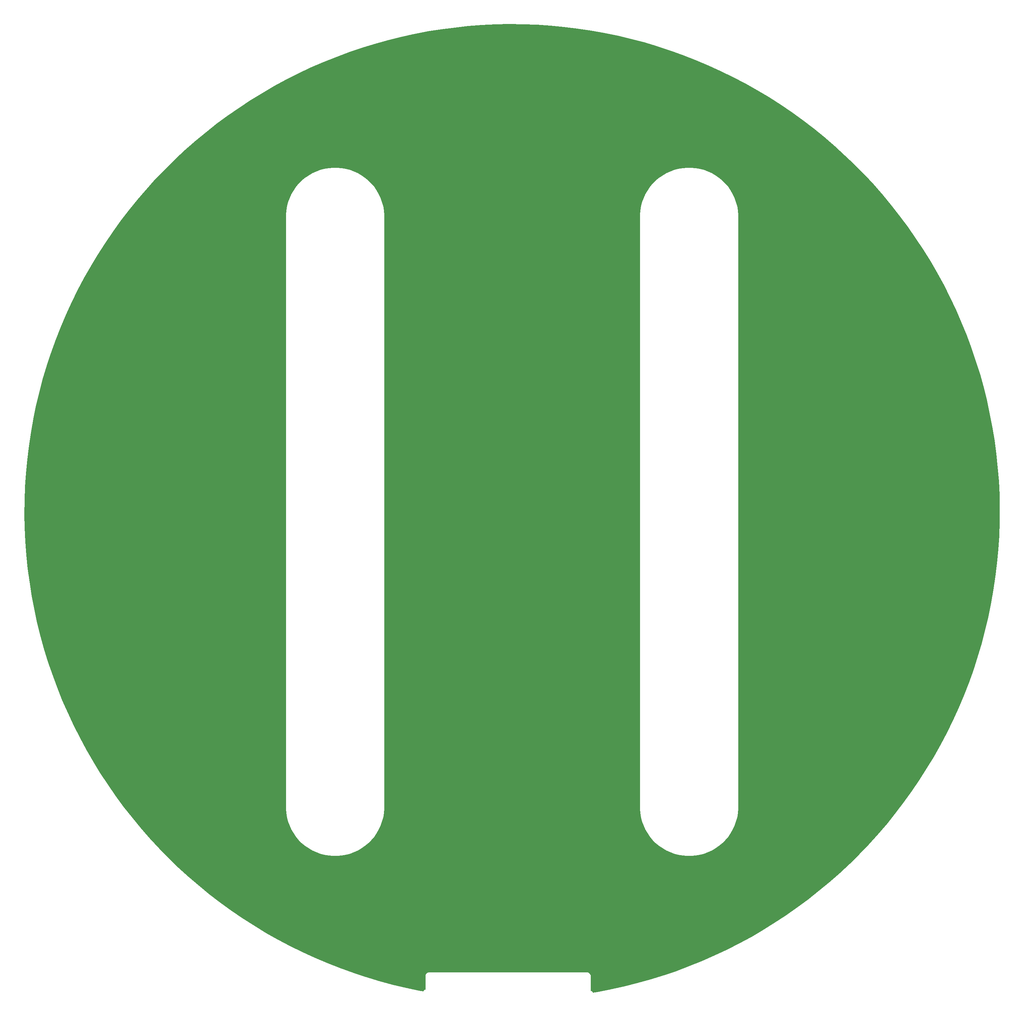
<source format=gtl>
G04*
G04 #@! TF.GenerationSoftware,Altium Limited,Altium Designer,19.1.6 (110)*
G04*
G04 Layer_Physical_Order=1*
G04 Layer_Color=255*
%FSLAX25Y25*%
%MOIN*%
G70*
G01*
G75*
G36*
X10895Y488081D02*
X24571Y487584D01*
X38228Y486704D01*
X51854Y485441D01*
X65440Y483797D01*
X78975Y481773D01*
X92447Y479370D01*
X105847Y476591D01*
X119163Y473437D01*
X132386Y469911D01*
X145505Y466015D01*
X158509Y461754D01*
X171390Y457130D01*
X184135Y452147D01*
X196736Y446808D01*
X209181Y441118D01*
X221463Y435082D01*
X233571Y428703D01*
X245495Y421989D01*
X257226Y414942D01*
X268756Y407569D01*
X280074Y399876D01*
X291171Y391869D01*
X302040Y383554D01*
X312672Y374938D01*
X323059Y366026D01*
X333191Y356828D01*
X343061Y347349D01*
X352662Y337597D01*
X361986Y327580D01*
X371025Y317305D01*
X379773Y306781D01*
X388223Y296016D01*
X396367Y285018D01*
X404200Y273797D01*
X411715Y262360D01*
X418907Y250718D01*
X425769Y238878D01*
X432298Y226850D01*
X438486Y214644D01*
X444330Y202270D01*
X449825Y189736D01*
X454966Y177054D01*
X459750Y164232D01*
X464172Y151282D01*
X468230Y138213D01*
X471920Y125034D01*
X475239Y111758D01*
X478185Y98393D01*
X480755Y84952D01*
X482947Y71444D01*
X484760Y57879D01*
X486192Y44270D01*
X487242Y30625D01*
X487908Y16957D01*
X488192Y3274D01*
X488092Y-10410D01*
X487608Y-24086D01*
X486742Y-37744D01*
X485493Y-51372D01*
X483862Y-64959D01*
X481851Y-78496D01*
X479462Y-91970D01*
X476696Y-105373D01*
X473555Y-118693D01*
X470042Y-131919D01*
X466160Y-145042D01*
X461911Y-158051D01*
X457300Y-170935D01*
X452329Y-183685D01*
X447003Y-196291D01*
X441326Y-208743D01*
X435302Y-221031D01*
X428935Y-233145D01*
X422232Y-245076D01*
X415197Y-256814D01*
X407836Y-268350D01*
X400154Y-279676D01*
X392158Y-290782D01*
X383854Y-301659D01*
X375248Y-312299D01*
X366347Y-322694D01*
X357159Y-332836D01*
X347690Y-342716D01*
X337947Y-352326D01*
X327939Y-361660D01*
X317673Y-370710D01*
X307158Y-379468D01*
X296402Y-387928D01*
X285412Y-396083D01*
X274199Y-403927D01*
X262769Y-411454D01*
X251134Y-418657D01*
X239301Y-425532D01*
X227279Y-432072D01*
X215080Y-438272D01*
X202711Y-444129D01*
X190183Y-449636D01*
X177506Y-454790D01*
X164689Y-459586D01*
X151743Y-464022D01*
X138678Y-468093D01*
X125503Y-471796D01*
X112230Y-475128D01*
X98869Y-478087D01*
X85430Y-480670D01*
X80833Y-481421D01*
X80740Y-480954D01*
X80257Y-480232D01*
X79535Y-479749D01*
X78716Y-479586D01*
Y-464916D01*
X78581Y-463888D01*
X78184Y-462931D01*
X77553Y-462108D01*
X76731Y-461477D01*
X75773Y-461081D01*
X74745Y-460945D01*
X-82735Y-460945D01*
X-83763Y-461081D01*
X-84720Y-461477D01*
X-85543Y-462108D01*
X-86174Y-462931D01*
X-86571Y-463888D01*
X-86706Y-464916D01*
X-86706Y-478213D01*
X-87524Y-478376D01*
X-88247Y-478859D01*
X-88729Y-479581D01*
X-88815Y-480013D01*
X-93400Y-479185D01*
X-106794Y-476379D01*
X-120104Y-473199D01*
X-133320Y-469647D01*
X-146431Y-465725D01*
X-159427Y-461438D01*
X-172298Y-456788D01*
X-185033Y-451780D01*
X-197623Y-446416D01*
X-210058Y-440702D01*
X-222328Y-434641D01*
X-234423Y-428238D01*
X-246333Y-421500D01*
X-258051Y-414430D01*
X-269565Y-407034D01*
X-280868Y-399319D01*
X-291950Y-391289D01*
X-302802Y-382953D01*
X-313417Y-374315D01*
X-323785Y-365384D01*
X-333899Y-356165D01*
X-343751Y-346666D01*
X-353332Y-336895D01*
X-362636Y-326859D01*
X-371655Y-316567D01*
X-380382Y-306025D01*
X-388810Y-295244D01*
X-396933Y-284230D01*
X-404743Y-272993D01*
X-412236Y-261541D01*
X-419405Y-249884D01*
X-426243Y-238031D01*
X-432748Y-225990D01*
X-438912Y-213772D01*
X-444731Y-201386D01*
X-450201Y-188842D01*
X-455317Y-176149D01*
X-460076Y-163318D01*
X-464472Y-150359D01*
X-468504Y-137281D01*
X-472168Y-124096D01*
X-475460Y-110813D01*
X-478380Y-97443D01*
X-480923Y-83996D01*
X-483088Y-70484D01*
X-484874Y-56916D01*
X-486279Y-43303D01*
X-487301Y-29656D01*
X-487941Y-15986D01*
X-488198Y-2304D01*
X-488070Y11381D01*
X-487560Y25056D01*
X-486666Y38712D01*
X-485390Y52337D01*
X-483732Y65921D01*
X-481694Y79453D01*
X-479278Y92923D01*
X-476485Y106320D01*
X-473318Y119634D01*
X-469779Y132853D01*
X-465871Y145968D01*
X-461596Y158969D01*
X-456959Y171844D01*
X-451963Y184584D01*
X-446612Y197180D01*
X-440910Y209620D01*
X-434862Y221896D01*
X-428471Y233997D01*
X-421744Y245914D01*
X-414686Y257639D01*
X-407302Y269160D01*
X-399598Y280471D01*
X-391579Y291561D01*
X-383254Y302422D01*
X-374627Y313045D01*
X-365705Y323422D01*
X-356497Y333545D01*
X-347008Y343406D01*
X-337246Y352997D01*
X-327220Y362311D01*
X-316936Y371340D01*
X-306403Y380078D01*
X-295630Y388516D01*
X-284625Y396650D01*
X-273395Y404472D01*
X-261951Y411975D01*
X-250301Y419156D01*
X-238454Y426007D01*
X-226420Y432523D01*
X-214208Y438699D01*
X-201828Y444531D01*
X-189289Y450013D01*
X-176602Y455142D01*
X-163776Y459913D01*
X-150820Y464323D01*
X-137747Y468367D01*
X-124565Y472044D01*
X-111285Y475350D01*
X-97918Y478282D01*
X-84474Y480839D01*
X-70964Y483018D01*
X-57398Y484817D01*
X-43786Y486235D01*
X-30141Y487272D01*
X-16472Y487925D01*
X-2789Y488195D01*
X10895Y488081D01*
D02*
G37*
%LPC*%
G36*
X179314Y344488D02*
X175017D01*
X170736Y344114D01*
X166504Y343367D01*
X162353Y342255D01*
X158315Y340785D01*
X154420Y338969D01*
X150698Y336821D01*
X147178Y334356D01*
X143886Y331593D01*
X140848Y328555D01*
X138085Y325263D01*
X135620Y321743D01*
X133472Y318021D01*
X131656Y314126D01*
X130186Y310088D01*
X129074Y305937D01*
X128327Y301705D01*
X127953Y297424D01*
Y295276D01*
X127953Y-295276D01*
Y-297424D01*
X128327Y-301705D01*
X129074Y-305937D01*
X130186Y-310088D01*
X131656Y-314126D01*
X133472Y-318021D01*
X135620Y-321743D01*
X138085Y-325263D01*
X140847Y-328555D01*
X143886Y-331593D01*
X147178Y-334356D01*
X150698Y-336821D01*
X154420Y-338969D01*
X158315Y-340785D01*
X162353Y-342255D01*
X166504Y-343367D01*
X170736Y-344114D01*
X175017Y-344488D01*
X179314D01*
X183595Y-344114D01*
X187827Y-343367D01*
X191978Y-342255D01*
X196016Y-340785D01*
X199911Y-338969D01*
X203632Y-336821D01*
X207153Y-334356D01*
X210445Y-331593D01*
X213483Y-328555D01*
X216246Y-325263D01*
X218710Y-321743D01*
X220859Y-318021D01*
X222675Y-314126D01*
X224145Y-310088D01*
X225257Y-305937D01*
X226003Y-301705D01*
X226378Y-297424D01*
Y-295276D01*
Y295276D01*
X226378Y297424D01*
X226003Y301705D01*
X225257Y305937D01*
X224145Y310088D01*
X222675Y314126D01*
X220859Y318021D01*
X218710Y321743D01*
X216246Y325263D01*
X213483Y328555D01*
X210445Y331593D01*
X207153Y334356D01*
X203632Y336821D01*
X199911Y338969D01*
X196016Y340785D01*
X191978Y342255D01*
X187827Y343367D01*
X183595Y344114D01*
X179314Y344488D01*
D02*
G37*
G36*
X-175017D02*
X-179314D01*
X-183595Y344114D01*
X-187827Y343367D01*
X-191978Y342255D01*
X-196016Y340785D01*
X-199911Y338969D01*
X-203632Y336821D01*
X-207153Y334356D01*
X-210445Y331593D01*
X-213483Y328555D01*
X-216246Y325263D01*
X-218710Y321743D01*
X-220859Y318021D01*
X-222675Y314126D01*
X-224145Y310088D01*
X-225257Y305937D01*
X-226003Y301705D01*
X-226378Y297424D01*
Y295276D01*
X-226378D01*
Y-295276D01*
Y-297424D01*
X-226003Y-301705D01*
X-225257Y-305937D01*
X-224145Y-310088D01*
X-222675Y-314126D01*
X-220859Y-318021D01*
X-218710Y-321743D01*
X-216246Y-325263D01*
X-213483Y-328555D01*
X-210445Y-331593D01*
X-207153Y-334356D01*
X-203632Y-336821D01*
X-199911Y-338969D01*
X-196016Y-340785D01*
X-191978Y-342255D01*
X-187827Y-343367D01*
X-183595Y-344114D01*
X-179314Y-344488D01*
X-175017D01*
X-170736Y-344114D01*
X-166504Y-343367D01*
X-162353Y-342255D01*
X-158315Y-340785D01*
X-154420Y-338969D01*
X-150698Y-336821D01*
X-147178Y-334356D01*
X-143886Y-331593D01*
X-140848Y-328555D01*
X-138085Y-325263D01*
X-135620Y-321743D01*
X-133472Y-318021D01*
X-131656Y-314126D01*
X-130186Y-310088D01*
X-129074Y-305937D01*
X-128327Y-301705D01*
X-127953Y-297424D01*
Y-295276D01*
X-127953D01*
Y295276D01*
Y297424D01*
X-128327Y301705D01*
X-129074Y305937D01*
X-130186Y310088D01*
X-131656Y314126D01*
X-133472Y318021D01*
X-135620Y321743D01*
X-138085Y325263D01*
X-140848Y328555D01*
X-143886Y331593D01*
X-147178Y334356D01*
X-150698Y336821D01*
X-154420Y338969D01*
X-158315Y340785D01*
X-162353Y342255D01*
X-166504Y343367D01*
X-170736Y344114D01*
X-175017Y344488D01*
D02*
G37*
%LPD*%
M02*

</source>
